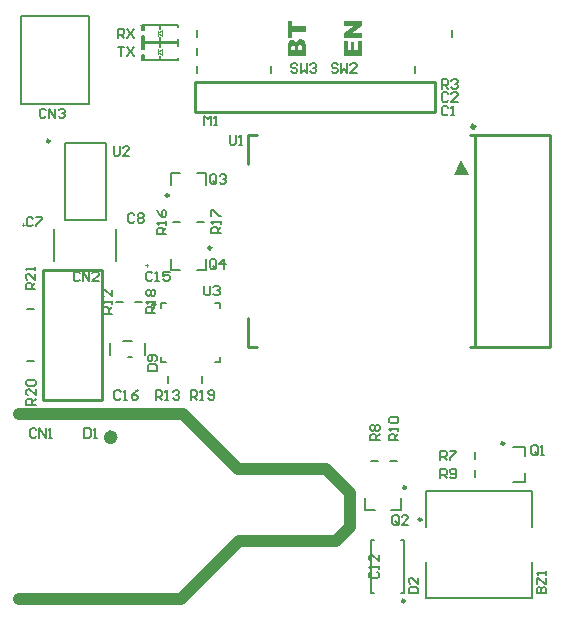
<source format=gto>
G04*
G04 #@! TF.GenerationSoftware,Altium Limited,Altium Designer,23.4.1 (23)*
G04*
G04 Layer_Color=65535*
%FSLAX44Y44*%
%MOMM*%
G71*
G04*
G04 #@! TF.SameCoordinates,2E05C734-F49D-4732-BD03-9418B1375616*
G04*
G04*
G04 #@! TF.FilePolarity,Positive*
G04*
G01*
G75*
%ADD10C,0.2500*%
%ADD11C,0.1000*%
%ADD12C,0.2540*%
%ADD13C,0.3000*%
%ADD14C,0.6000*%
%ADD15C,0.2000*%
%ADD16C,0.1500*%
%ADD17C,1.0000*%
%ADD18C,0.1900*%
G36*
X374000Y377050D02*
X367650Y364350D01*
X380350D01*
X374000Y377050D01*
D02*
G37*
G36*
X290000Y490494D02*
X281658Y484814D01*
X290000D01*
Y480390D01*
X274779D01*
Y484776D01*
X283195Y490494D01*
X274779D01*
Y494936D01*
X290000D01*
Y490494D01*
D02*
G37*
G36*
Y465000D02*
X274779D01*
Y477616D01*
X278022D01*
Y469724D01*
X280440D01*
Y477034D01*
X283552D01*
Y469724D01*
X286551D01*
Y477840D01*
X290000D01*
Y465000D01*
D02*
G37*
G36*
X231047Y490137D02*
X242500D01*
Y485432D01*
X231047D01*
Y480634D01*
X227279D01*
Y494936D01*
X231047D01*
Y490137D01*
D02*
G37*
G36*
X238470Y479228D02*
X238601Y479209D01*
X238882Y479171D01*
X239220Y479115D01*
X239576Y479003D01*
X239951Y478871D01*
X240307Y478684D01*
X240326D01*
X240344Y478665D01*
X240457Y478590D01*
X240625Y478459D01*
X240850Y478290D01*
X241075Y478084D01*
X241338Y477822D01*
X241581Y477522D01*
X241806Y477184D01*
X241825Y477166D01*
X241863Y477072D01*
X241919Y476941D01*
X241994Y476735D01*
X242069Y476491D01*
X242163Y476172D01*
X242238Y475816D01*
X242294Y475385D01*
Y475310D01*
X242313Y475235D01*
X242331Y475122D01*
X242350Y475010D01*
Y474860D01*
X242388Y474541D01*
X242425Y474185D01*
X242463Y473829D01*
X242481Y473529D01*
X242500Y473398D01*
Y465169D01*
X227279D01*
Y474166D01*
X227298Y474316D01*
X227316Y474504D01*
X227335Y474729D01*
X227373Y474954D01*
X227410Y475216D01*
X227541Y475760D01*
X227635Y476041D01*
X227747Y476322D01*
X227879Y476603D01*
X228010Y476866D01*
X228197Y477128D01*
X228385Y477353D01*
X228404Y477372D01*
X228441Y477409D01*
X228497Y477466D01*
X228572Y477541D01*
X228685Y477634D01*
X228816Y477728D01*
X228966Y477840D01*
X229135Y477953D01*
X229322Y478047D01*
X229528Y478159D01*
X229978Y478347D01*
X230241Y478422D01*
X230503Y478478D01*
X230784Y478515D01*
X231084Y478534D01*
X231103D01*
X231140D01*
X231215D01*
X231309Y478515D01*
X231422D01*
X231553Y478497D01*
X231871Y478422D01*
X232228Y478328D01*
X232621Y478178D01*
X233015Y477972D01*
X233202Y477840D01*
X233390Y477691D01*
X233409Y477672D01*
X233502Y477578D01*
X233615Y477447D01*
X233746Y477278D01*
X233915Y477034D01*
X234083Y476753D01*
X234252Y476416D01*
X234402Y476041D01*
Y476060D01*
X234421Y476116D01*
X234440Y476191D01*
X234477Y476303D01*
X234515Y476453D01*
X234571Y476603D01*
X234721Y476959D01*
X234908Y477353D01*
X235152Y477766D01*
X235433Y478140D01*
X235602Y478309D01*
X235770Y478459D01*
X235789Y478478D01*
X235808Y478497D01*
X235864Y478534D01*
X235939Y478590D01*
X236033Y478647D01*
X236145Y478703D01*
X236427Y478853D01*
X236783Y479003D01*
X237176Y479115D01*
X237645Y479209D01*
X238170Y479246D01*
X238189D01*
X238226D01*
X238282D01*
X238376D01*
X238470Y479228D01*
D02*
G37*
%LPC*%
G36*
X237645Y474523D02*
X237607D01*
X237533D01*
X237401Y474504D01*
X237251Y474466D01*
X237083Y474391D01*
X236895Y474316D01*
X236726Y474185D01*
X236558Y474016D01*
X236539Y473998D01*
X236502Y473923D01*
X236427Y473792D01*
X236352Y473623D01*
X236277Y473379D01*
X236202Y473079D01*
X236164Y472723D01*
X236145Y472292D01*
Y469911D01*
X239220D01*
Y472498D01*
X239201Y472704D01*
X239163Y472967D01*
X239126Y473248D01*
X239051Y473529D01*
X238938Y473792D01*
X238807Y474016D01*
X238788Y474035D01*
X238732Y474091D01*
X238638Y474185D01*
X238507Y474279D01*
X238339Y474354D01*
X238132Y474448D01*
X237907Y474504D01*
X237645Y474523D01*
D02*
G37*
G36*
X231778Y473923D02*
X231740D01*
X231665D01*
X231553Y473904D01*
X231403Y473867D01*
X231234Y473810D01*
X231065Y473735D01*
X230897Y473623D01*
X230747Y473473D01*
X230728Y473454D01*
X230690Y473398D01*
X230634Y473285D01*
X230559Y473117D01*
X230484Y472910D01*
X230428Y472667D01*
X230391Y472348D01*
X230372Y471973D01*
Y469911D01*
X233240D01*
Y472123D01*
X233221Y472329D01*
X233184Y472554D01*
X233146Y472798D01*
X233090Y473060D01*
X232996Y473285D01*
X232865Y473473D01*
X232846Y473492D01*
X232790Y473548D01*
X232715Y473623D01*
X232584Y473698D01*
X232434Y473773D01*
X232246Y473848D01*
X232021Y473904D01*
X231778Y473923D01*
D02*
G37*
%LPD*%
D10*
X115000Y254750D02*
G03*
X115000Y254750I-1250J0D01*
G01*
X126500Y347000D02*
G03*
X126500Y347000I-1250J0D01*
G01*
X162500Y302500D02*
G03*
X162500Y302500I-1250J0D01*
G01*
X327289Y99630D02*
G03*
X327289Y99630I-1250J0D01*
G01*
X326250Y3750D02*
G03*
X326250Y3750I-1250J0D01*
G01*
X340500Y72500D02*
G03*
X340500Y72500I-1250J0D01*
G01*
X410500Y137000D02*
G03*
X410500Y137000I-1250J0D01*
G01*
D11*
X102750Y475250D02*
G03*
X102750Y475250I-500J0D01*
G01*
Y490750D02*
G03*
X102750Y490750I-500J0D01*
G01*
X76750Y205250D02*
G03*
X76750Y205250I-500J0D01*
G01*
X117500Y468750D02*
X121000Y466250D01*
Y468750D01*
X117500Y466500D02*
Y468750D01*
Y471000D01*
X121000Y468750D02*
Y471250D01*
X117500Y468750D02*
X121000Y471250D01*
X117500Y484250D02*
X121000Y481750D01*
Y484250D01*
X117500Y482000D02*
Y484250D01*
Y486500D01*
X121000Y484250D02*
Y486750D01*
X117500Y484250D02*
X121000Y486750D01*
X2000Y322250D02*
X4500D01*
X3250Y321000D02*
Y323500D01*
X106750Y287750D02*
X109250D01*
X108000Y286500D02*
Y289000D01*
D12*
X25500Y393000D02*
G03*
X25500Y393000I-1118J0D01*
G01*
X20000Y173750D02*
X70000D01*
X20000D02*
Y283750D01*
X70000D01*
Y173750D02*
Y283750D01*
X352000Y417900D02*
Y443300D01*
X148800Y417900D02*
Y443300D01*
X250400Y417900D02*
X352000D01*
X250400Y443300D02*
X352000D01*
X148800D02*
X250400D01*
X148800Y417900D02*
X250400D01*
X385900Y218700D02*
Y397900D01*
X193900Y218300D02*
X201400D01*
X193900D02*
Y243300D01*
Y373300D02*
Y398300D01*
X201400D01*
X381400Y218300D02*
X448900D01*
Y398300D01*
X381400D02*
X448900D01*
D13*
X385750Y405250D02*
G03*
X385750Y405250I-1500J0D01*
G01*
D14*
X80250Y142250D02*
G03*
X80250Y142250I-3000J0D01*
G01*
D15*
X155000Y188500D02*
Y194500D01*
X120250Y206250D02*
X124500D01*
X120250D02*
Y210500D01*
X166000Y206250D02*
X170250D01*
Y210500D01*
Y252000D02*
Y256250D01*
X166000D02*
X170250D01*
X120250D02*
X124500D01*
X120250Y252000D02*
Y256250D01*
X212750Y450250D02*
Y456250D01*
X150000Y450250D02*
Y456250D01*
X150000Y465750D02*
Y471750D01*
Y481250D02*
Y487250D01*
X334750Y450250D02*
Y456250D01*
X81500Y256750D02*
X87500D01*
X87750Y224000D02*
X95250D01*
X91750Y210000D02*
X95250D01*
X106500Y212000D02*
Y222000D01*
X76500Y212000D02*
Y222000D01*
X125500Y188500D02*
Y194500D01*
X6750Y206500D02*
X12750D01*
X6750Y251000D02*
X12750D01*
X150250Y366000D02*
X158250D01*
Y356000D02*
Y366000D01*
X128250D02*
X136250D01*
X128250Y356000D02*
Y366000D01*
X130250Y324750D02*
X136250D01*
X128250Y283500D02*
X136250D01*
X128250D02*
Y293500D01*
X150250Y283500D02*
X158250D01*
Y293500D01*
X150250Y324750D02*
X156250D01*
X293039Y80630D02*
X301039D01*
X293039D02*
Y90630D01*
X315039Y80630D02*
X323039D01*
Y90630D01*
X297750Y10250D02*
X300000D01*
X297750Y55250D02*
X300000D01*
X323500Y10250D02*
X325750D01*
X323500Y55250D02*
X325750D01*
X297750Y10250D02*
Y55250D01*
X325750Y10250D02*
Y55250D01*
X344000Y96500D02*
X434000D01*
X344000Y6500D02*
X434000D01*
X344000Y66000D02*
Y96500D01*
X434000Y66000D02*
Y96500D01*
X344000Y6500D02*
Y37000D01*
X434000Y6500D02*
Y37000D01*
X97500Y256750D02*
X103500D01*
X1250Y424750D02*
X58750D01*
Y498750D01*
X1250D02*
X58750D01*
X1250Y424750D02*
Y498750D01*
X366000Y481250D02*
Y487250D01*
X38250Y391500D02*
X73250D01*
X73500Y326500D02*
Y391500D01*
X38250Y326500D02*
X73250D01*
X38250D02*
Y391500D01*
X29500Y291500D02*
Y318500D01*
X81750Y291500D02*
Y318500D01*
X314000Y122500D02*
X320000D01*
X385750Y108250D02*
Y114250D01*
X298000Y122500D02*
X304000D01*
X418250Y134000D02*
X428250D01*
Y126000D02*
Y134000D01*
X418250Y104000D02*
X428250D01*
Y112000D01*
X385750Y123750D02*
Y129750D01*
X83500Y480251D02*
Y488249D01*
X87499D01*
X88832Y486916D01*
Y484250D01*
X87499Y482917D01*
X83500D01*
X86166D02*
X88832Y480251D01*
X91497Y488249D02*
X96829Y480251D01*
Y488249D02*
X91497Y480251D01*
X83500Y472749D02*
X88832D01*
X86166D01*
Y464751D01*
X91497Y472749D02*
X96829Y464751D01*
Y472749D02*
X91497Y464751D01*
D16*
X104010Y466210D02*
X105280D01*
X104010Y461750D02*
Y466210D01*
Y461750D02*
X105280D01*
X104010Y471290D02*
X105280D01*
X104010D02*
Y475750D01*
X105280D01*
X134490Y461750D02*
Y463670D01*
X104250Y461750D02*
X134490D01*
X105280D02*
Y466210D01*
Y471290D02*
Y475750D01*
X104250D02*
X134490D01*
Y473830D02*
Y475750D01*
X119250Y472250D02*
Y475750D01*
Y461750D02*
Y465250D01*
X104010Y481710D02*
X105280D01*
X104010Y477250D02*
Y481710D01*
Y477250D02*
X105280D01*
X104010Y486790D02*
X105280D01*
X104010D02*
Y491250D01*
X105280D01*
X134490Y477250D02*
Y479170D01*
X104250Y477250D02*
X134490D01*
X105280D02*
Y481710D01*
Y486790D02*
Y491250D01*
X104250D02*
X134490D01*
Y489330D02*
Y491250D01*
X119250Y487750D02*
Y491250D01*
Y477250D02*
Y480750D01*
D17*
X0Y5000D02*
X137000D01*
X186000Y54000D01*
X268000D01*
X280000Y66000D01*
Y95000D01*
X260000Y115000D02*
X280000Y95000D01*
X185000Y115000D02*
X260000D01*
X138348Y161652D02*
X185000Y115000D01*
X0Y161652D02*
X138348D01*
D18*
X297469Y28261D02*
X296136Y26928D01*
Y24262D01*
X297469Y22929D01*
X302800D01*
X304133Y24262D01*
Y26928D01*
X302800Y28261D01*
X304133Y30927D02*
Y33593D01*
Y32260D01*
X296136D01*
X297469Y30927D01*
X304133Y42923D02*
Y37591D01*
X298802Y42923D01*
X297469D01*
X296136Y41590D01*
Y38924D01*
X297469Y37591D01*
X145003Y174001D02*
Y181999D01*
X149002D01*
X150335Y180666D01*
Y178000D01*
X149002Y176667D01*
X145003D01*
X147669D02*
X150335Y174001D01*
X153001D02*
X155666D01*
X154333D01*
Y181999D01*
X153001Y180666D01*
X159665Y175334D02*
X160998Y174001D01*
X163664D01*
X164997Y175334D01*
Y180666D01*
X163664Y181999D01*
X160998D01*
X159665Y180666D01*
Y179333D01*
X160998Y178000D01*
X164997D01*
X156335Y270499D02*
Y263834D01*
X157668Y262501D01*
X160334D01*
X161667Y263834D01*
Y270499D01*
X164333Y269166D02*
X165666Y270499D01*
X168332D01*
X169664Y269166D01*
Y267833D01*
X168332Y266500D01*
X166999D01*
X168332D01*
X169664Y265167D01*
Y263834D01*
X168332Y262501D01*
X165666D01*
X164333Y263834D01*
X156750Y406250D02*
Y414247D01*
X159416Y411582D01*
X162082Y414247D01*
Y406250D01*
X164747D02*
X167413D01*
X166080D01*
Y414247D01*
X164747Y412915D01*
X78249Y247003D02*
X70251D01*
Y251002D01*
X71584Y252335D01*
X74250D01*
X75583Y251002D01*
Y247003D01*
Y249669D02*
X78249Y252335D01*
Y255001D02*
Y257666D01*
Y256334D01*
X70251D01*
X71584Y255001D01*
X78249Y266997D02*
Y261665D01*
X72917Y266997D01*
X71584D01*
X70251Y265664D01*
Y262998D01*
X71584Y261665D01*
X112585Y281166D02*
X111252Y282499D01*
X108586D01*
X107253Y281166D01*
Y275834D01*
X108586Y274501D01*
X111252D01*
X112585Y275834D01*
X115251Y274501D02*
X117916D01*
X116584D01*
Y282499D01*
X115251Y281166D01*
X127247Y282499D02*
X121915D01*
Y278500D01*
X124581Y279833D01*
X125914D01*
X127247Y278500D01*
Y275834D01*
X125914Y274501D01*
X123248D01*
X121915Y275834D01*
X108501Y198585D02*
X116499D01*
Y202584D01*
X115166Y203917D01*
X109834D01*
X108501Y202584D01*
Y198585D01*
X115166Y206583D02*
X116499Y207916D01*
Y210582D01*
X115166Y211915D01*
X109834D01*
X108501Y210582D01*
Y207916D01*
X109834Y206583D01*
X111167D01*
X112500Y207916D01*
Y211915D01*
X85835Y180666D02*
X84502Y181999D01*
X81836D01*
X80503Y180666D01*
Y175334D01*
X81836Y174001D01*
X84502D01*
X85835Y175334D01*
X88501Y174001D02*
X91166D01*
X89834D01*
Y181999D01*
X88501Y180666D01*
X100497Y181999D02*
X97831Y180666D01*
X95165Y178000D01*
Y175334D01*
X96498Y174001D01*
X99164D01*
X100497Y175334D01*
Y176667D01*
X99164Y178000D01*
X95165D01*
X115503Y174001D02*
Y181999D01*
X119502D01*
X120835Y180666D01*
Y178000D01*
X119502Y176667D01*
X115503D01*
X118169D02*
X120835Y174001D01*
X123501D02*
X126166D01*
X124834D01*
Y181999D01*
X123501Y180666D01*
X130165D02*
X131498Y181999D01*
X134164D01*
X135497Y180666D01*
Y179333D01*
X134164Y178000D01*
X132831D01*
X134164D01*
X135497Y176667D01*
Y175334D01*
X134164Y174001D01*
X131498D01*
X130165Y175334D01*
X13749Y169587D02*
X5751D01*
Y173585D01*
X7084Y174918D01*
X9750D01*
X11083Y173585D01*
Y169587D01*
Y172253D02*
X13749Y174918D01*
Y182916D02*
Y177584D01*
X8417Y182916D01*
X7084D01*
X5751Y181583D01*
Y178917D01*
X7084Y177584D01*
Y185582D02*
X5751Y186915D01*
Y189580D01*
X7084Y190913D01*
X12416D01*
X13749Y189580D01*
Y186915D01*
X12416Y185582D01*
X7084D01*
X13499Y267420D02*
X5501D01*
Y271418D01*
X6834Y272751D01*
X9500D01*
X10833Y271418D01*
Y267420D01*
Y270086D02*
X13499Y272751D01*
Y280749D02*
Y275417D01*
X8167Y280749D01*
X6834D01*
X5501Y279416D01*
Y276750D01*
X6834Y275417D01*
X13499Y283414D02*
Y286080D01*
Y284747D01*
X5501D01*
X6834Y283414D01*
X166917Y358084D02*
Y363416D01*
X165584Y364749D01*
X162918D01*
X161586Y363416D01*
Y358084D01*
X162918Y356751D01*
X165584D01*
X164251Y359417D02*
X166917Y356751D01*
X165584D02*
X166917Y358084D01*
X169583Y363416D02*
X170916Y364749D01*
X173582D01*
X174914Y363416D01*
Y362083D01*
X173582Y360750D01*
X172249D01*
X173582D01*
X174914Y359417D01*
Y358084D01*
X173582Y356751D01*
X170916D01*
X169583Y358084D01*
X124499Y314253D02*
X116501D01*
Y318252D01*
X117834Y319585D01*
X120500D01*
X121833Y318252D01*
Y314253D01*
Y316919D02*
X124499Y319585D01*
Y322251D02*
Y324916D01*
Y323584D01*
X116501D01*
X117834Y322251D01*
X116501Y334247D02*
X117834Y331581D01*
X120500Y328915D01*
X123166D01*
X124499Y330248D01*
Y332914D01*
X123166Y334247D01*
X121833D01*
X120500Y332914D01*
Y328915D01*
X166667Y286084D02*
Y291416D01*
X165334Y292749D01*
X162668D01*
X161336Y291416D01*
Y286084D01*
X162668Y284751D01*
X165334D01*
X164001Y287417D02*
X166667Y284751D01*
X165334D02*
X166667Y286084D01*
X173332Y284751D02*
Y292749D01*
X169333Y288750D01*
X174664D01*
X170573Y314753D02*
X162575D01*
Y318752D01*
X163908Y320085D01*
X166574D01*
X167907Y318752D01*
Y314753D01*
Y317419D02*
X170573Y320085D01*
Y322751D02*
Y325416D01*
Y324084D01*
X162575D01*
X163908Y322751D01*
X162575Y329415D02*
Y334747D01*
X163908D01*
X169240Y329415D01*
X170573D01*
X235496Y457373D02*
X234163Y458706D01*
X231497D01*
X230165Y457373D01*
Y456040D01*
X231497Y454707D01*
X234163D01*
X235496Y453374D01*
Y452041D01*
X234163Y450708D01*
X231497D01*
X230165Y452041D01*
X238162Y458706D02*
Y450708D01*
X240828Y453374D01*
X243494Y450708D01*
Y458706D01*
X246159Y457373D02*
X247492Y458706D01*
X250158D01*
X251491Y457373D01*
Y456040D01*
X250158Y454707D01*
X248825D01*
X250158D01*
X251491Y453374D01*
Y452041D01*
X250158Y450708D01*
X247492D01*
X246159Y452041D01*
X269668Y457666D02*
X268335Y458999D01*
X265670D01*
X264337Y457666D01*
Y456333D01*
X265670Y455000D01*
X268335D01*
X269668Y453667D01*
Y452334D01*
X268335Y451001D01*
X265670D01*
X264337Y452334D01*
X272334Y458999D02*
Y451001D01*
X275000Y453667D01*
X277666Y451001D01*
Y458999D01*
X285663Y451001D02*
X280332D01*
X285663Y456333D01*
Y457666D01*
X284330Y458999D01*
X281665D01*
X280332Y457666D01*
X321082Y69583D02*
Y74914D01*
X319749Y76247D01*
X317083D01*
X315750Y74914D01*
Y69583D01*
X317083Y68250D01*
X319749D01*
X318416Y70916D02*
X321082Y68250D01*
X319749D02*
X321082Y69583D01*
X329079Y68250D02*
X323747D01*
X329079Y73582D01*
Y74914D01*
X327746Y76247D01*
X325080D01*
X323747Y74914D01*
X329503Y10000D02*
X337500D01*
Y13999D01*
X336167Y15332D01*
X330835D01*
X329503Y13999D01*
Y10000D01*
X337500Y23329D02*
Y17997D01*
X332168Y23329D01*
X330835D01*
X329503Y21996D01*
Y19330D01*
X330835Y17997D01*
X115249Y247253D02*
X107251D01*
Y251252D01*
X108584Y252585D01*
X111250D01*
X112583Y251252D01*
Y247253D01*
Y249919D02*
X115249Y252585D01*
Y255251D02*
Y257917D01*
Y256584D01*
X107251D01*
X108584Y255251D01*
Y261915D02*
X107251Y263248D01*
Y265914D01*
X108584Y267247D01*
X109917D01*
X111250Y265914D01*
X112583Y267247D01*
X113916D01*
X115249Y265914D01*
Y263248D01*
X113916Y261915D01*
X112583D01*
X111250Y263248D01*
X109917Y261915D01*
X108584D01*
X111250Y263248D02*
Y265914D01*
X79750Y388747D02*
Y382083D01*
X81083Y380750D01*
X83749D01*
X85082Y382083D01*
Y388747D01*
X93079Y380750D02*
X87747D01*
X93079Y386082D01*
Y387415D01*
X91746Y388747D01*
X89080D01*
X87747Y387415D01*
X51247Y281028D02*
X49914Y282361D01*
X47248D01*
X45915Y281028D01*
Y275697D01*
X47248Y274364D01*
X49914D01*
X51247Y275697D01*
X53912Y274364D02*
Y282361D01*
X59244Y274364D01*
Y282361D01*
X67241Y274364D02*
X61910D01*
X67241Y279695D01*
Y281028D01*
X65908Y282361D01*
X63243D01*
X61910Y281028D01*
X55000Y149997D02*
Y142000D01*
X58999D01*
X60332Y143333D01*
Y148665D01*
X58999Y149997D01*
X55000D01*
X62997Y142000D02*
X65663D01*
X64330D01*
Y149997D01*
X62997Y148665D01*
X178000Y397997D02*
Y391333D01*
X179333Y390000D01*
X181999D01*
X183332Y391333D01*
Y397997D01*
X185997Y390000D02*
X188663D01*
X187330D01*
Y397997D01*
X185997Y396665D01*
X438003Y10000D02*
X446000D01*
Y13999D01*
X444667Y15332D01*
X443334D01*
X442001Y13999D01*
Y10000D01*
Y13999D01*
X440668Y15332D01*
X439336D01*
X438003Y13999D01*
Y10000D01*
Y17997D02*
Y23329D01*
X439336D01*
X444667Y17997D01*
X446000D01*
Y23329D01*
Y25995D02*
Y28661D01*
Y27328D01*
X438003D01*
X439336Y25995D01*
X363082Y421414D02*
X361749Y422747D01*
X359083D01*
X357750Y421414D01*
Y416083D01*
X359083Y414750D01*
X361749D01*
X363082Y416083D01*
X365747Y414750D02*
X368413D01*
X367080D01*
Y422747D01*
X365747Y421414D01*
X363082Y432915D02*
X361749Y434247D01*
X359083D01*
X357750Y432915D01*
Y427583D01*
X359083Y426250D01*
X361749D01*
X363082Y427583D01*
X371079Y426250D02*
X365747D01*
X371079Y431582D01*
Y432915D01*
X369746Y434247D01*
X367080D01*
X365747Y432915D01*
X11582Y327415D02*
X10249Y328747D01*
X7583D01*
X6250Y327415D01*
Y322083D01*
X7583Y320750D01*
X10249D01*
X11582Y322083D01*
X14247Y328747D02*
X19579D01*
Y327415D01*
X14247Y322083D01*
Y320750D01*
X97462Y330680D02*
X96130Y332012D01*
X93464D01*
X92131Y330680D01*
Y325348D01*
X93464Y324015D01*
X96130D01*
X97462Y325348D01*
X100128Y330680D02*
X101461Y332012D01*
X104127D01*
X105460Y330680D01*
Y329347D01*
X104127Y328014D01*
X105460Y326681D01*
Y325348D01*
X104127Y324015D01*
X101461D01*
X100128Y325348D01*
Y326681D01*
X101461Y328014D01*
X100128Y329347D01*
Y330680D01*
X101461Y328014D02*
X104127D01*
X22582Y419165D02*
X21249Y420497D01*
X18583D01*
X17250Y419165D01*
Y413833D01*
X18583Y412500D01*
X21249D01*
X22582Y413833D01*
X25247Y412500D02*
Y420497D01*
X30579Y412500D01*
Y420497D01*
X33245Y419165D02*
X34578Y420497D01*
X37244D01*
X38577Y419165D01*
Y417832D01*
X37244Y416499D01*
X35911D01*
X37244D01*
X38577Y415166D01*
Y413833D01*
X37244Y412500D01*
X34578D01*
X33245Y413833D01*
X357824Y437500D02*
Y445498D01*
X361823D01*
X363156Y444165D01*
Y441499D01*
X361823Y440166D01*
X357824D01*
X360490D02*
X363156Y437500D01*
X365822Y444165D02*
X367155Y445498D01*
X369820D01*
X371153Y444165D01*
Y442832D01*
X369820Y441499D01*
X368488D01*
X369820D01*
X371153Y440166D01*
Y438833D01*
X369820Y437500D01*
X367155D01*
X365822Y438833D01*
X321000Y139500D02*
X313003D01*
Y143499D01*
X314335Y144832D01*
X317001D01*
X318334Y143499D01*
Y139500D01*
Y142166D02*
X321000Y144832D01*
Y147497D02*
Y150163D01*
Y148830D01*
X313003D01*
X314335Y147497D01*
Y154162D02*
X313003Y155495D01*
Y158161D01*
X314335Y159494D01*
X319667D01*
X321000Y158161D01*
Y155495D01*
X319667Y154162D01*
X314335D01*
X14332Y148665D02*
X12999Y149997D01*
X10333D01*
X9000Y148665D01*
Y143333D01*
X10333Y142000D01*
X12999D01*
X14332Y143333D01*
X16997Y142000D02*
Y149997D01*
X22329Y142000D01*
Y149997D01*
X24995Y142000D02*
X27661D01*
X26328D01*
Y149997D01*
X24995Y148665D01*
X438832Y128583D02*
Y133914D01*
X437499Y135247D01*
X434833D01*
X433500Y133914D01*
Y128583D01*
X434833Y127250D01*
X437499D01*
X436166Y129916D02*
X438832Y127250D01*
X437499D02*
X438832Y128583D01*
X441497Y127250D02*
X444163D01*
X442830D01*
Y135247D01*
X441497Y133914D01*
X356500Y123000D02*
Y130997D01*
X360499D01*
X361832Y129664D01*
Y126999D01*
X360499Y125666D01*
X356500D01*
X359166D02*
X361832Y123000D01*
X364497Y130997D02*
X369829D01*
Y129664D01*
X364497Y124333D01*
Y123000D01*
X356500Y107500D02*
Y115497D01*
X360499D01*
X361832Y114164D01*
Y111499D01*
X360499Y110166D01*
X356500D01*
X359166D02*
X361832Y107500D01*
X364497Y108833D02*
X365830Y107500D01*
X368496D01*
X369829Y108833D01*
Y114164D01*
X368496Y115497D01*
X365830D01*
X364497Y114164D01*
Y112832D01*
X365830Y111499D01*
X369829D01*
X305000Y139500D02*
X297003D01*
Y143499D01*
X298335Y144832D01*
X301001D01*
X302334Y143499D01*
Y139500D01*
Y142166D02*
X305000Y144832D01*
X298335Y147497D02*
X297003Y148830D01*
Y151496D01*
X298335Y152829D01*
X299668D01*
X301001Y151496D01*
X302334Y152829D01*
X303667D01*
X305000Y151496D01*
Y148830D01*
X303667Y147497D01*
X302334D01*
X301001Y148830D01*
X299668Y147497D01*
X298335D01*
X301001Y148830D02*
Y151496D01*
M02*

</source>
